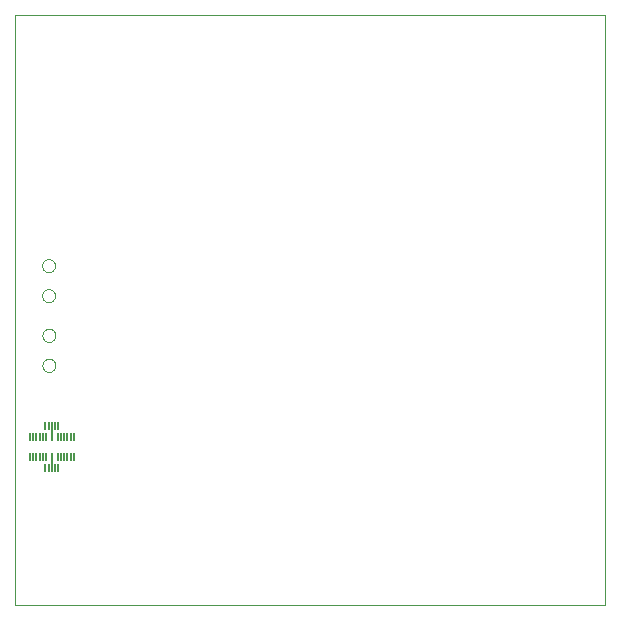
<source format=gtp>
G75*
%MOIN*%
%OFA0B0*%
%FSLAX24Y24*%
%IPPOS*%
%LPD*%
%AMOC8*
5,1,8,0,0,1.08239X$1,22.5*
%
%ADD10C,0.0000*%
%ADD11R,0.0112X0.0276*%
D10*
X000350Y000350D02*
X000350Y020035D01*
X020035Y020035D01*
X020035Y000350D01*
X000350Y000350D01*
X001267Y008344D02*
X001269Y008373D01*
X001275Y008401D01*
X001284Y008429D01*
X001297Y008455D01*
X001314Y008478D01*
X001333Y008500D01*
X001355Y008519D01*
X001380Y008534D01*
X001406Y008547D01*
X001434Y008555D01*
X001462Y008560D01*
X001491Y008561D01*
X001520Y008558D01*
X001548Y008551D01*
X001575Y008541D01*
X001601Y008527D01*
X001624Y008510D01*
X001645Y008490D01*
X001663Y008467D01*
X001678Y008442D01*
X001689Y008415D01*
X001697Y008387D01*
X001701Y008358D01*
X001701Y008330D01*
X001697Y008301D01*
X001689Y008273D01*
X001678Y008246D01*
X001663Y008221D01*
X001645Y008198D01*
X001624Y008178D01*
X001601Y008161D01*
X001575Y008147D01*
X001548Y008137D01*
X001520Y008130D01*
X001491Y008127D01*
X001462Y008128D01*
X001434Y008133D01*
X001406Y008141D01*
X001380Y008154D01*
X001355Y008169D01*
X001333Y008188D01*
X001314Y008210D01*
X001297Y008233D01*
X001284Y008259D01*
X001275Y008287D01*
X001269Y008315D01*
X001267Y008344D01*
X001267Y009344D02*
X001269Y009373D01*
X001275Y009401D01*
X001284Y009429D01*
X001297Y009455D01*
X001314Y009478D01*
X001333Y009500D01*
X001355Y009519D01*
X001380Y009534D01*
X001406Y009547D01*
X001434Y009555D01*
X001462Y009560D01*
X001491Y009561D01*
X001520Y009558D01*
X001548Y009551D01*
X001575Y009541D01*
X001601Y009527D01*
X001624Y009510D01*
X001645Y009490D01*
X001663Y009467D01*
X001678Y009442D01*
X001689Y009415D01*
X001697Y009387D01*
X001701Y009358D01*
X001701Y009330D01*
X001697Y009301D01*
X001689Y009273D01*
X001678Y009246D01*
X001663Y009221D01*
X001645Y009198D01*
X001624Y009178D01*
X001601Y009161D01*
X001575Y009147D01*
X001548Y009137D01*
X001520Y009130D01*
X001491Y009127D01*
X001462Y009128D01*
X001434Y009133D01*
X001406Y009141D01*
X001380Y009154D01*
X001355Y009169D01*
X001333Y009188D01*
X001314Y009210D01*
X001297Y009233D01*
X001284Y009259D01*
X001275Y009287D01*
X001269Y009315D01*
X001267Y009344D01*
X001259Y010670D02*
X001261Y010699D01*
X001267Y010727D01*
X001276Y010755D01*
X001289Y010781D01*
X001306Y010804D01*
X001325Y010826D01*
X001347Y010845D01*
X001372Y010860D01*
X001398Y010873D01*
X001426Y010881D01*
X001454Y010886D01*
X001483Y010887D01*
X001512Y010884D01*
X001540Y010877D01*
X001567Y010867D01*
X001593Y010853D01*
X001616Y010836D01*
X001637Y010816D01*
X001655Y010793D01*
X001670Y010768D01*
X001681Y010741D01*
X001689Y010713D01*
X001693Y010684D01*
X001693Y010656D01*
X001689Y010627D01*
X001681Y010599D01*
X001670Y010572D01*
X001655Y010547D01*
X001637Y010524D01*
X001616Y010504D01*
X001593Y010487D01*
X001567Y010473D01*
X001540Y010463D01*
X001512Y010456D01*
X001483Y010453D01*
X001454Y010454D01*
X001426Y010459D01*
X001398Y010467D01*
X001372Y010480D01*
X001347Y010495D01*
X001325Y010514D01*
X001306Y010536D01*
X001289Y010559D01*
X001276Y010585D01*
X001267Y010613D01*
X001261Y010641D01*
X001259Y010670D01*
X001259Y011670D02*
X001261Y011699D01*
X001267Y011727D01*
X001276Y011755D01*
X001289Y011781D01*
X001306Y011804D01*
X001325Y011826D01*
X001347Y011845D01*
X001372Y011860D01*
X001398Y011873D01*
X001426Y011881D01*
X001454Y011886D01*
X001483Y011887D01*
X001512Y011884D01*
X001540Y011877D01*
X001567Y011867D01*
X001593Y011853D01*
X001616Y011836D01*
X001637Y011816D01*
X001655Y011793D01*
X001670Y011768D01*
X001681Y011741D01*
X001689Y011713D01*
X001693Y011684D01*
X001693Y011656D01*
X001689Y011627D01*
X001681Y011599D01*
X001670Y011572D01*
X001655Y011547D01*
X001637Y011524D01*
X001616Y011504D01*
X001593Y011487D01*
X001567Y011473D01*
X001540Y011463D01*
X001512Y011456D01*
X001483Y011453D01*
X001454Y011454D01*
X001426Y011459D01*
X001398Y011467D01*
X001372Y011480D01*
X001347Y011495D01*
X001325Y011514D01*
X001306Y011536D01*
X001289Y011559D01*
X001276Y011585D01*
X001267Y011613D01*
X001261Y011641D01*
X001259Y011670D01*
D11*
X001374Y006336D03*
X001481Y006336D03*
X001588Y006336D03*
X001696Y006336D03*
X001804Y006336D03*
X001588Y006148D03*
X001588Y005953D03*
X001785Y005953D03*
X001892Y005953D03*
X001999Y005953D03*
X002105Y005953D03*
X002214Y005953D03*
X002321Y005953D03*
X002320Y005304D03*
X002213Y005304D03*
X002104Y005304D03*
X001998Y005305D03*
X001891Y005305D03*
X001785Y005303D03*
X001588Y005303D03*
X001391Y005303D03*
X001286Y005304D03*
X001179Y005304D03*
X001070Y005304D03*
X000964Y005304D03*
X000857Y005304D03*
X001374Y004920D03*
X001481Y004920D03*
X001588Y004920D03*
X001696Y004920D03*
X001804Y004920D03*
X001588Y005083D03*
X001391Y005953D03*
X001282Y005953D03*
X001175Y005953D03*
X001066Y005953D03*
X000960Y005953D03*
X000853Y005953D03*
M02*

</source>
